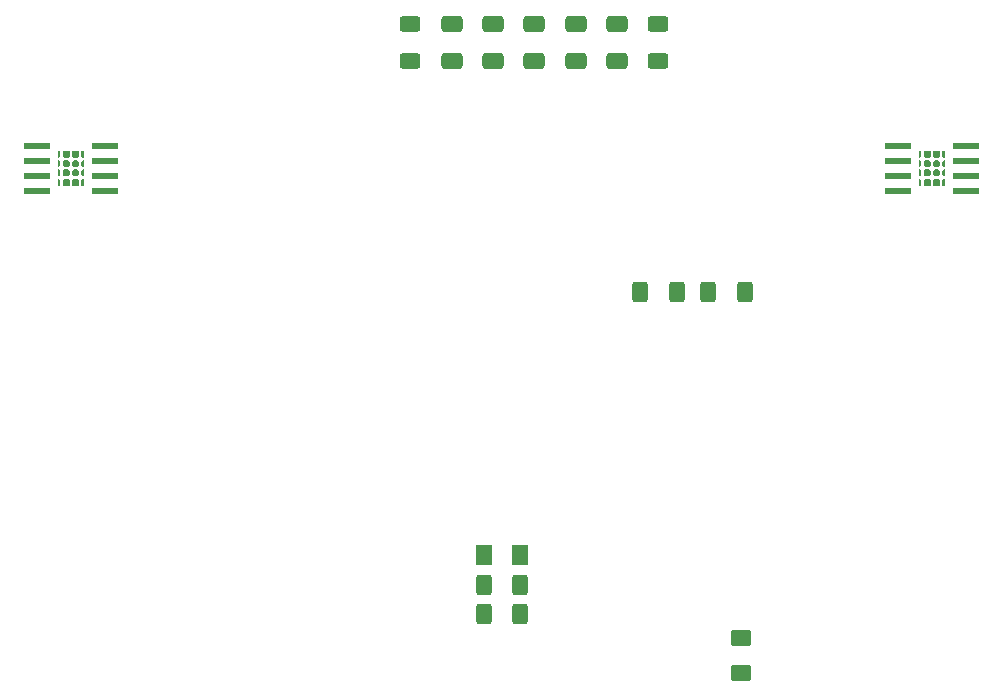
<source format=gtp>
G04 #@! TF.GenerationSoftware,KiCad,Pcbnew,8.0.3*
G04 #@! TF.CreationDate,2025-05-14T17:26:27-04:00*
G04 #@! TF.ProjectId,ballsi,62616c6c-7369-42e6-9b69-6361645f7063,rev?*
G04 #@! TF.SameCoordinates,Original*
G04 #@! TF.FileFunction,Paste,Top*
G04 #@! TF.FilePolarity,Positive*
%FSLAX46Y46*%
G04 Gerber Fmt 4.6, Leading zero omitted, Abs format (unit mm)*
G04 Created by KiCad (PCBNEW 8.0.3) date 2025-05-14 17:26:27*
%MOMM*%
%LPD*%
G01*
G04 APERTURE LIST*
G04 Aperture macros list*
%AMRoundRect*
0 Rectangle with rounded corners*
0 $1 Rounding radius*
0 $2 $3 $4 $5 $6 $7 $8 $9 X,Y pos of 4 corners*
0 Add a 4 corners polygon primitive as box body*
4,1,4,$2,$3,$4,$5,$6,$7,$8,$9,$2,$3,0*
0 Add four circle primitives for the rounded corners*
1,1,$1+$1,$2,$3*
1,1,$1+$1,$4,$5*
1,1,$1+$1,$6,$7*
1,1,$1+$1,$8,$9*
0 Add four rect primitives between the rounded corners*
20,1,$1+$1,$2,$3,$4,$5,0*
20,1,$1+$1,$4,$5,$6,$7,0*
20,1,$1+$1,$6,$7,$8,$9,0*
20,1,$1+$1,$8,$9,$2,$3,0*%
G04 Aperture macros list end*
%ADD10C,0.000000*%
%ADD11RoundRect,0.250000X0.400000X0.625000X-0.400000X0.625000X-0.400000X-0.625000X0.400000X-0.625000X0*%
%ADD12RoundRect,0.250001X-0.462499X-0.624999X0.462499X-0.624999X0.462499X0.624999X-0.462499X0.624999X0*%
%ADD13RoundRect,0.250000X0.625000X-0.400000X0.625000X0.400000X-0.625000X0.400000X-0.625000X-0.400000X0*%
%ADD14RoundRect,0.250001X0.624999X-0.462499X0.624999X0.462499X-0.624999X0.462499X-0.624999X-0.462499X0*%
%ADD15RoundRect,0.250000X0.650000X-0.412500X0.650000X0.412500X-0.650000X0.412500X-0.650000X-0.412500X0*%
%ADD16R,2.209800X0.508000*%
G04 APERTURE END LIST*
D10*
G36*
X159687400Y-64991421D02*
G01*
X159687400Y-65295979D01*
X159545979Y-65437400D01*
X159241421Y-65437400D01*
X159100000Y-65295979D01*
X159100000Y-64991421D01*
X159241421Y-64850000D01*
X159545979Y-64850000D01*
X159687400Y-64991421D01*
G37*
G36*
X159687400Y-64204021D02*
G01*
X159687400Y-64508579D01*
X159545979Y-64650000D01*
X159241421Y-64650000D01*
X159100000Y-64508579D01*
X159100000Y-64204021D01*
X159241421Y-64062600D01*
X159545979Y-64062600D01*
X159687400Y-64204021D01*
G37*
G36*
X158900000Y-64991421D02*
G01*
X158900000Y-65295979D01*
X158758579Y-65437400D01*
X158454021Y-65437400D01*
X158312600Y-65295979D01*
X158312600Y-64991421D01*
X158454021Y-64850000D01*
X158758579Y-64850000D01*
X158900000Y-64991421D01*
G37*
G36*
X158900000Y-64204021D02*
G01*
X158900000Y-64508579D01*
X158758579Y-64650000D01*
X158454021Y-64650000D01*
X158312600Y-64508579D01*
X158312600Y-64204021D01*
X158454021Y-64062600D01*
X158758579Y-64062600D01*
X158900000Y-64204021D01*
G37*
G36*
X160118870Y-65437400D02*
G01*
X160028821Y-65437400D01*
X159887400Y-65295979D01*
X159887400Y-64991421D01*
X160028821Y-64850000D01*
X160118870Y-64850000D01*
X160118870Y-65437400D01*
G37*
G36*
X160118870Y-64650000D02*
G01*
X160028821Y-64650000D01*
X159887400Y-64508579D01*
X159887400Y-64204021D01*
X160028821Y-64062600D01*
X160118870Y-64062600D01*
X160118870Y-64650000D01*
G37*
G36*
X159687400Y-65778821D02*
G01*
X159687400Y-66224470D01*
X159100000Y-66224470D01*
X159100000Y-65778821D01*
X159241421Y-65637400D01*
X159545979Y-65637400D01*
X159687400Y-65778821D01*
G37*
G36*
X159687400Y-63721179D02*
G01*
X159545979Y-63862600D01*
X159241421Y-63862600D01*
X159100000Y-63721179D01*
X159100000Y-63275530D01*
X159687400Y-63275530D01*
X159687400Y-63721179D01*
G37*
G36*
X158900000Y-65778821D02*
G01*
X158900000Y-66224470D01*
X158312600Y-66224470D01*
X158312600Y-65778821D01*
X158454021Y-65637400D01*
X158758579Y-65637400D01*
X158900000Y-65778821D01*
G37*
G36*
X158900000Y-63721179D02*
G01*
X158758579Y-63862600D01*
X158454021Y-63862600D01*
X158312600Y-63721179D01*
X158312600Y-63275530D01*
X158900000Y-63275530D01*
X158900000Y-63721179D01*
G37*
G36*
X158112600Y-64991421D02*
G01*
X158112600Y-65295979D01*
X157971179Y-65437400D01*
X157881130Y-65437400D01*
X157881130Y-64850000D01*
X157971179Y-64850000D01*
X158112600Y-64991421D01*
G37*
G36*
X158112600Y-64204021D02*
G01*
X158112600Y-64508579D01*
X157971179Y-64650000D01*
X157881130Y-64650000D01*
X157881130Y-64062600D01*
X157971179Y-64062600D01*
X158112600Y-64204021D01*
G37*
G36*
X160118870Y-66224470D02*
G01*
X159887400Y-66224470D01*
X159887400Y-65778821D01*
X160028821Y-65637400D01*
X160118870Y-65637400D01*
X160118870Y-66224470D01*
G37*
G36*
X160118870Y-63862600D02*
G01*
X160028821Y-63862600D01*
X159887400Y-63721179D01*
X159887400Y-63275530D01*
X160118870Y-63275530D01*
X160118870Y-63862600D01*
G37*
G36*
X158112600Y-65778821D02*
G01*
X158112600Y-66224470D01*
X157881130Y-66224470D01*
X157881130Y-65637400D01*
X157971179Y-65637400D01*
X158112600Y-65778821D01*
G37*
G36*
X158112600Y-63721179D02*
G01*
X157971179Y-63862600D01*
X157881130Y-63862600D01*
X157881130Y-63275530D01*
X158112600Y-63275530D01*
X158112600Y-63721179D01*
G37*
G36*
X231794400Y-64204021D02*
G01*
X231794400Y-64508579D01*
X231652979Y-64650000D01*
X231348421Y-64650000D01*
X231207000Y-64508579D01*
X231207000Y-64204021D01*
X231348421Y-64062600D01*
X231652979Y-64062600D01*
X231794400Y-64204021D01*
G37*
G36*
X231794400Y-64991421D02*
G01*
X231794400Y-65295979D01*
X231652979Y-65437400D01*
X231348421Y-65437400D01*
X231207000Y-65295979D01*
X231207000Y-64991421D01*
X231348421Y-64850000D01*
X231652979Y-64850000D01*
X231794400Y-64991421D01*
G37*
G36*
X232581800Y-64204021D02*
G01*
X232581800Y-64508579D01*
X232440379Y-64650000D01*
X232135821Y-64650000D01*
X231994400Y-64508579D01*
X231994400Y-64204021D01*
X232135821Y-64062600D01*
X232440379Y-64062600D01*
X232581800Y-64204021D01*
G37*
G36*
X232581800Y-64991421D02*
G01*
X232581800Y-65295979D01*
X232440379Y-65437400D01*
X232135821Y-65437400D01*
X231994400Y-65295979D01*
X231994400Y-64991421D01*
X232135821Y-64850000D01*
X232440379Y-64850000D01*
X232581800Y-64991421D01*
G37*
G36*
X231007000Y-64204021D02*
G01*
X231007000Y-64508579D01*
X230865579Y-64650000D01*
X230775530Y-64650000D01*
X230775530Y-64062600D01*
X230865579Y-64062600D01*
X231007000Y-64204021D01*
G37*
G36*
X231007000Y-64991421D02*
G01*
X231007000Y-65295979D01*
X230865579Y-65437400D01*
X230775530Y-65437400D01*
X230775530Y-64850000D01*
X230865579Y-64850000D01*
X231007000Y-64991421D01*
G37*
G36*
X231794400Y-63721179D02*
G01*
X231652979Y-63862600D01*
X231348421Y-63862600D01*
X231207000Y-63721179D01*
X231207000Y-63275530D01*
X231794400Y-63275530D01*
X231794400Y-63721179D01*
G37*
G36*
X231794400Y-65778821D02*
G01*
X231794400Y-66224470D01*
X231207000Y-66224470D01*
X231207000Y-65778821D01*
X231348421Y-65637400D01*
X231652979Y-65637400D01*
X231794400Y-65778821D01*
G37*
G36*
X232581800Y-63721179D02*
G01*
X232440379Y-63862600D01*
X232135821Y-63862600D01*
X231994400Y-63721179D01*
X231994400Y-63275530D01*
X232581800Y-63275530D01*
X232581800Y-63721179D01*
G37*
G36*
X232581800Y-65778821D02*
G01*
X232581800Y-66224470D01*
X231994400Y-66224470D01*
X231994400Y-65778821D01*
X232135821Y-65637400D01*
X232440379Y-65637400D01*
X232581800Y-65778821D01*
G37*
G36*
X233013270Y-64650000D02*
G01*
X232923221Y-64650000D01*
X232781800Y-64508579D01*
X232781800Y-64204021D01*
X232923221Y-64062600D01*
X233013270Y-64062600D01*
X233013270Y-64650000D01*
G37*
G36*
X233013270Y-65437400D02*
G01*
X232923221Y-65437400D01*
X232781800Y-65295979D01*
X232781800Y-64991421D01*
X232923221Y-64850000D01*
X233013270Y-64850000D01*
X233013270Y-65437400D01*
G37*
G36*
X231007000Y-63721179D02*
G01*
X230865579Y-63862600D01*
X230775530Y-63862600D01*
X230775530Y-63275530D01*
X231007000Y-63275530D01*
X231007000Y-63721179D01*
G37*
G36*
X231007000Y-65778821D02*
G01*
X231007000Y-66224470D01*
X230775530Y-66224470D01*
X230775530Y-65637400D01*
X230865579Y-65637400D01*
X231007000Y-65778821D01*
G37*
G36*
X233013270Y-63862600D02*
G01*
X232923221Y-63862600D01*
X232781800Y-63721179D01*
X232781800Y-63275530D01*
X233013270Y-63275530D01*
X233013270Y-63862600D01*
G37*
G36*
X233013270Y-66224470D02*
G01*
X232781800Y-66224470D01*
X232781800Y-65778821D01*
X232923221Y-65637400D01*
X233013270Y-65637400D01*
X233013270Y-66224470D01*
G37*
D11*
X197050000Y-100000000D03*
X193950000Y-100000000D03*
X197050000Y-102500000D03*
X193950000Y-102500000D03*
D12*
X194012500Y-97500000D03*
X196987500Y-97500000D03*
D11*
X216050000Y-75250000D03*
X212950000Y-75250000D03*
D13*
X187750000Y-52575000D03*
X187750000Y-55675000D03*
D11*
X207200000Y-75250000D03*
X210300000Y-75250000D03*
D14*
X215750000Y-104512500D03*
X215750000Y-107487500D03*
D15*
X205250000Y-52562500D03*
X205250000Y-55687500D03*
D13*
X208750000Y-55675000D03*
X208750000Y-52575000D03*
D16*
X161875001Y-62845000D03*
X161875001Y-64115000D03*
X161875001Y-65385000D03*
X161875001Y-66655000D03*
X156124999Y-66655000D03*
X156124999Y-65385000D03*
X156124999Y-64115000D03*
X156124999Y-62845000D03*
D15*
X198250000Y-52562500D03*
X198250000Y-55687500D03*
D16*
X234769401Y-62845000D03*
X234769401Y-64115000D03*
X234769401Y-65385000D03*
X234769401Y-66655000D03*
X229019399Y-66655000D03*
X229019399Y-65385000D03*
X229019399Y-64115000D03*
X229019399Y-62845000D03*
D15*
X191250000Y-52562500D03*
X191250000Y-55687500D03*
X194750000Y-52562500D03*
X194750000Y-55687500D03*
X201750000Y-52562500D03*
X201750000Y-55687500D03*
M02*

</source>
